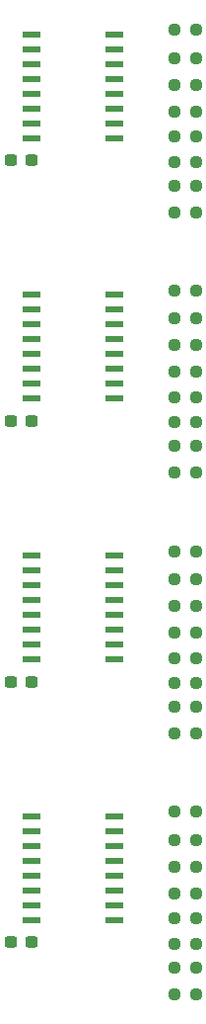
<source format=gbr>
%TF.GenerationSoftware,KiCad,Pcbnew,7.0.2*%
%TF.CreationDate,2023-08-10T02:42:33+09:00*%
%TF.ProjectId,Pmod_7LED_8digit,506d6f64-5f37-44c4-9544-5f3864696769,rev?*%
%TF.SameCoordinates,Original*%
%TF.FileFunction,Paste,Top*%
%TF.FilePolarity,Positive*%
%FSLAX46Y46*%
G04 Gerber Fmt 4.6, Leading zero omitted, Abs format (unit mm)*
G04 Created by KiCad (PCBNEW 7.0.2) date 2023-08-10 02:42:33*
%MOMM*%
%LPD*%
G01*
G04 APERTURE LIST*
G04 Aperture macros list*
%AMRoundRect*
0 Rectangle with rounded corners*
0 $1 Rounding radius*
0 $2 $3 $4 $5 $6 $7 $8 $9 X,Y pos of 4 corners*
0 Add a 4 corners polygon primitive as box body*
4,1,4,$2,$3,$4,$5,$6,$7,$8,$9,$2,$3,0*
0 Add four circle primitives for the rounded corners*
1,1,$1+$1,$2,$3*
1,1,$1+$1,$4,$5*
1,1,$1+$1,$6,$7*
1,1,$1+$1,$8,$9*
0 Add four rect primitives between the rounded corners*
20,1,$1+$1,$2,$3,$4,$5,0*
20,1,$1+$1,$4,$5,$6,$7,0*
20,1,$1+$1,$6,$7,$8,$9,0*
20,1,$1+$1,$8,$9,$2,$3,0*%
G04 Aperture macros list end*
%ADD10RoundRect,0.237500X0.300000X0.237500X-0.300000X0.237500X-0.300000X-0.237500X0.300000X-0.237500X0*%
%ADD11RoundRect,0.237500X-0.250000X-0.237500X0.250000X-0.237500X0.250000X0.237500X-0.250000X0.237500X0*%
%ADD12R,1.500000X0.600000*%
G04 APERTURE END LIST*
D10*
%TO.C,C1*%
X109865500Y-33970000D03*
X108140500Y-33970000D03*
%TD*%
D11*
%TO.C,R3*%
X122187500Y-52099000D03*
X124012500Y-52099000D03*
%TD*%
D12*
%TO.C,U1*%
X116998000Y-99025000D03*
X116998000Y-97755000D03*
X116998000Y-96485000D03*
X116998000Y-95215000D03*
X116998000Y-93945000D03*
X116998000Y-92675000D03*
X116998000Y-91405000D03*
X116998000Y-90135000D03*
X109898000Y-90135000D03*
X109898000Y-91405000D03*
X109898000Y-92675000D03*
X109898000Y-93945000D03*
X109898000Y-95215000D03*
X109898000Y-96485000D03*
X109898000Y-97755000D03*
X109898000Y-99025000D03*
%TD*%
D11*
%TO.C,R3*%
X122187500Y-29779000D03*
X124012500Y-29779000D03*
%TD*%
%TO.C,R6*%
X122187500Y-45114000D03*
X124012500Y-45114000D03*
%TD*%
%TO.C,R1*%
X122187500Y-38415000D03*
X124012500Y-38415000D03*
%TD*%
%TO.C,R4*%
X122187500Y-72133000D03*
X124012500Y-72133000D03*
%TD*%
%TO.C,R7*%
X122187500Y-101057000D03*
X124012500Y-101057000D03*
%TD*%
D10*
%TO.C,C1*%
X109865500Y-78610000D03*
X108140500Y-78610000D03*
%TD*%
D11*
%TO.C,R2*%
X122187500Y-31938000D03*
X124012500Y-31938000D03*
%TD*%
%TO.C,R2*%
X122187500Y-98898000D03*
X124012500Y-98898000D03*
%TD*%
%TO.C,R4*%
X122187500Y-27493000D03*
X124012500Y-27493000D03*
%TD*%
D12*
%TO.C,U1*%
X116998000Y-76705000D03*
X116998000Y-75435000D03*
X116998000Y-74165000D03*
X116998000Y-72895000D03*
X116998000Y-71625000D03*
X116998000Y-70355000D03*
X116998000Y-69085000D03*
X116998000Y-67815000D03*
X109898000Y-67815000D03*
X109898000Y-69085000D03*
X109898000Y-70355000D03*
X109898000Y-71625000D03*
X109898000Y-72895000D03*
X109898000Y-74165000D03*
X109898000Y-75435000D03*
X109898000Y-76705000D03*
%TD*%
D11*
%TO.C,R7*%
X122187500Y-56417000D03*
X124012500Y-56417000D03*
%TD*%
%TO.C,R5*%
X122187500Y-92167000D03*
X124012500Y-92167000D03*
%TD*%
%TO.C,R2*%
X122187500Y-76578000D03*
X124012500Y-76578000D03*
%TD*%
%TO.C,R1*%
X122187500Y-60735000D03*
X124012500Y-60735000D03*
%TD*%
%TO.C,R6*%
X122187500Y-67434000D03*
X124012500Y-67434000D03*
%TD*%
%TO.C,R2*%
X122187500Y-54258000D03*
X124012500Y-54258000D03*
%TD*%
%TO.C,R3*%
X122187500Y-96739000D03*
X124012500Y-96739000D03*
%TD*%
%TO.C,R4*%
X122187500Y-49813000D03*
X124012500Y-49813000D03*
%TD*%
%TO.C,R3*%
X122187500Y-74419000D03*
X124012500Y-74419000D03*
%TD*%
D12*
%TO.C,U1*%
X116998000Y-32065000D03*
X116998000Y-30795000D03*
X116998000Y-29525000D03*
X116998000Y-28255000D03*
X116998000Y-26985000D03*
X116998000Y-25715000D03*
X116998000Y-24445000D03*
X116998000Y-23175000D03*
X109898000Y-23175000D03*
X109898000Y-24445000D03*
X109898000Y-25715000D03*
X109898000Y-26985000D03*
X109898000Y-28255000D03*
X109898000Y-29525000D03*
X109898000Y-30795000D03*
X109898000Y-32065000D03*
%TD*%
D11*
%TO.C,R8*%
X122187500Y-80769000D03*
X124012500Y-80769000D03*
%TD*%
%TO.C,R8*%
X122187500Y-36129000D03*
X124012500Y-36129000D03*
%TD*%
%TO.C,R5*%
X122187500Y-47527000D03*
X124012500Y-47527000D03*
%TD*%
%TO.C,R5*%
X122187500Y-69847000D03*
X124012500Y-69847000D03*
%TD*%
%TO.C,R7*%
X122187500Y-78737000D03*
X124012500Y-78737000D03*
%TD*%
%TO.C,R7*%
X122187500Y-34097000D03*
X124012500Y-34097000D03*
%TD*%
%TO.C,R6*%
X122187500Y-89754000D03*
X124012500Y-89754000D03*
%TD*%
%TO.C,R1*%
X122187500Y-105375000D03*
X124012500Y-105375000D03*
%TD*%
%TO.C,R6*%
X122187500Y-22794000D03*
X124012500Y-22794000D03*
%TD*%
D10*
%TO.C,C1*%
X109865500Y-56290000D03*
X108140500Y-56290000D03*
%TD*%
D11*
%TO.C,R4*%
X122187500Y-94453000D03*
X124012500Y-94453000D03*
%TD*%
%TO.C,R8*%
X122187500Y-103089000D03*
X124012500Y-103089000D03*
%TD*%
D10*
%TO.C,C1*%
X109865500Y-100930000D03*
X108140500Y-100930000D03*
%TD*%
D12*
%TO.C,U1*%
X116998000Y-54385000D03*
X116998000Y-53115000D03*
X116998000Y-51845000D03*
X116998000Y-50575000D03*
X116998000Y-49305000D03*
X116998000Y-48035000D03*
X116998000Y-46765000D03*
X116998000Y-45495000D03*
X109898000Y-45495000D03*
X109898000Y-46765000D03*
X109898000Y-48035000D03*
X109898000Y-49305000D03*
X109898000Y-50575000D03*
X109898000Y-51845000D03*
X109898000Y-53115000D03*
X109898000Y-54385000D03*
%TD*%
D11*
%TO.C,R5*%
X122187500Y-25207000D03*
X124012500Y-25207000D03*
%TD*%
%TO.C,R1*%
X122187500Y-83055000D03*
X124012500Y-83055000D03*
%TD*%
%TO.C,R8*%
X122187500Y-58449000D03*
X124012500Y-58449000D03*
%TD*%
M02*

</source>
